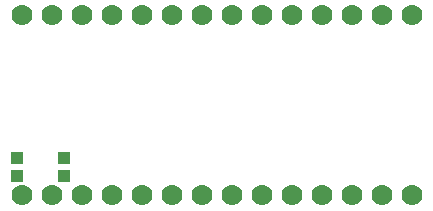
<source format=gbr>
G04 EAGLE Gerber RS-274X export*
G75*
%MOMM*%
%FSLAX34Y34*%
%LPD*%
%INSoldermask Top*%
%IPPOS*%
%AMOC8*
5,1,8,0,0,1.08239X$1,22.5*%
G01*
%ADD10R,1.101600X1.101600*%
%ADD11C,1.778000*%


D10*
X7940Y28830D03*
X7940Y44830D03*
X47940Y44830D03*
X47940Y28830D03*
D11*
X12700Y165100D03*
X38100Y165100D03*
X63500Y165100D03*
X88900Y165100D03*
X114300Y165100D03*
X139700Y165100D03*
X165100Y165100D03*
X190500Y165100D03*
X215900Y165100D03*
X241300Y165100D03*
X266700Y165100D03*
X292100Y165100D03*
X317500Y165100D03*
X342900Y165100D03*
X342900Y12700D03*
X317500Y12700D03*
X292100Y12700D03*
X266700Y12700D03*
X241300Y12700D03*
X215900Y12700D03*
X190500Y12700D03*
X165100Y12700D03*
X139700Y12700D03*
X114300Y12700D03*
X88900Y12700D03*
X63500Y12700D03*
X38100Y12700D03*
X12700Y12700D03*
M02*

</source>
